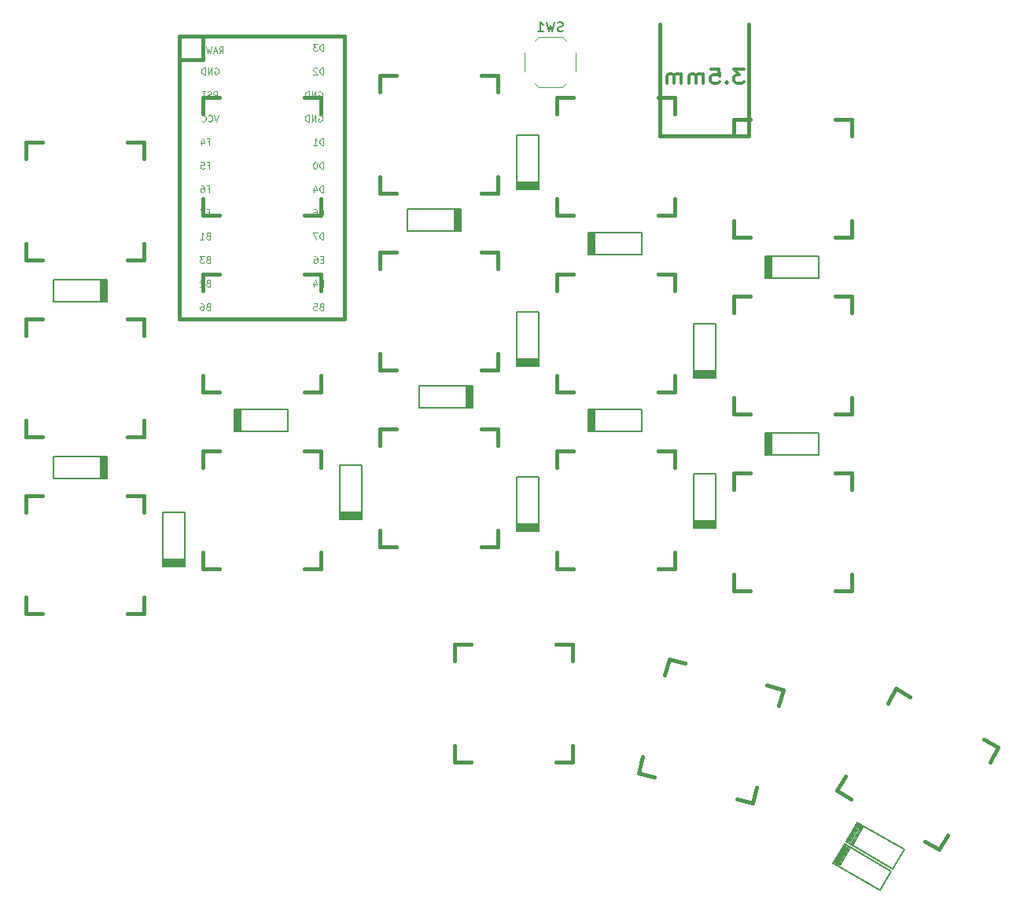
<source format=gbr>
G04 #@! TF.GenerationSoftware,KiCad,Pcbnew,(5.1.5-0-10_14)*
G04 #@! TF.CreationDate,2020-04-20T20:44:16-04:00*
G04 #@! TF.ProjectId,minidox-routed,6d696e69-646f-4782-9d72-6f757465642e,rev?*
G04 #@! TF.SameCoordinates,Original*
G04 #@! TF.FileFunction,Legend,Bot*
G04 #@! TF.FilePolarity,Positive*
%FSLAX46Y46*%
G04 Gerber Fmt 4.6, Leading zero omitted, Abs format (unit mm)*
G04 Created by KiCad (PCBNEW (5.1.5-0-10_14)) date 2020-04-20 20:44:16*
%MOMM*%
%LPD*%
G04 APERTURE LIST*
%ADD10C,0.120000*%
%ADD11C,0.200000*%
%ADD12C,0.381000*%
%ADD13C,0.150000*%
%ADD14C,0.304800*%
%ADD15C,0.100000*%
G04 APERTURE END LIST*
D10*
X118014000Y-108508000D02*
X115514000Y-108508000D01*
X119514000Y-110258000D02*
X119514000Y-112258000D01*
X118014000Y-114008000D02*
X115514000Y-114008000D01*
X114014000Y-110258000D02*
X114014000Y-112258000D01*
X118464000Y-108958000D02*
X118014000Y-108508000D01*
X115064000Y-108958000D02*
X115514000Y-108508000D01*
X115064000Y-113558000D02*
X115514000Y-114008000D01*
X118464000Y-113558000D02*
X118014000Y-114008000D01*
D11*
X63240000Y-134690000D02*
X69040000Y-134690000D01*
X63240000Y-137090000D02*
X63240000Y-134690000D01*
X69040000Y-137090000D02*
X63240000Y-137090000D01*
X68965000Y-137090000D02*
X68965000Y-134690000D01*
X68840000Y-137090000D02*
X68840000Y-134690000D01*
X69065000Y-134690000D02*
X69065000Y-137090000D01*
X68665000Y-137090000D02*
X68665000Y-134690000D01*
X68490000Y-137090000D02*
X68490000Y-134690000D01*
X68315000Y-137090000D02*
X68315000Y-134690000D01*
X106415000Y-129470000D02*
X106415000Y-127070000D01*
X106590000Y-129470000D02*
X106590000Y-127070000D01*
X106765000Y-129470000D02*
X106765000Y-127070000D01*
X107165000Y-127070000D02*
X107165000Y-129470000D01*
X106940000Y-129470000D02*
X106940000Y-127070000D01*
X107065000Y-129470000D02*
X107065000Y-127070000D01*
X107140000Y-129470000D02*
X101340000Y-129470000D01*
X101340000Y-129470000D02*
X101340000Y-127070000D01*
X101340000Y-127070000D02*
X107140000Y-127070000D01*
X113100000Y-124195000D02*
X115500000Y-124195000D01*
X113100000Y-124370000D02*
X115500000Y-124370000D01*
X113100000Y-124545000D02*
X115500000Y-124545000D01*
X115500000Y-124945000D02*
X113100000Y-124945000D01*
X113100000Y-124720000D02*
X115500000Y-124720000D01*
X113100000Y-124845000D02*
X115500000Y-124845000D01*
X113100000Y-124920000D02*
X113100000Y-119120000D01*
X113100000Y-119120000D02*
X115500000Y-119120000D01*
X115500000Y-119120000D02*
X115500000Y-124920000D01*
X121550000Y-129610000D02*
X121550000Y-132010000D01*
X121375000Y-129610000D02*
X121375000Y-132010000D01*
X121200000Y-129610000D02*
X121200000Y-132010000D01*
X120800000Y-132010000D02*
X120800000Y-129610000D01*
X121025000Y-129610000D02*
X121025000Y-132010000D01*
X120900000Y-129610000D02*
X120900000Y-132010000D01*
X120825000Y-129610000D02*
X126625000Y-129610000D01*
X126625000Y-129610000D02*
X126625000Y-132010000D01*
X126625000Y-132010000D02*
X120825000Y-132010000D01*
X140600000Y-132150000D02*
X140600000Y-134550000D01*
X140425000Y-132150000D02*
X140425000Y-134550000D01*
X140250000Y-132150000D02*
X140250000Y-134550000D01*
X139850000Y-134550000D02*
X139850000Y-132150000D01*
X140075000Y-132150000D02*
X140075000Y-134550000D01*
X139950000Y-132150000D02*
X139950000Y-134550000D01*
X139875000Y-132150000D02*
X145675000Y-132150000D01*
X145675000Y-132150000D02*
X145675000Y-134550000D01*
X145675000Y-134550000D02*
X139875000Y-134550000D01*
X63240000Y-153740000D02*
X69040000Y-153740000D01*
X63240000Y-156140000D02*
X63240000Y-153740000D01*
X69040000Y-156140000D02*
X63240000Y-156140000D01*
X68965000Y-156140000D02*
X68965000Y-153740000D01*
X68840000Y-156140000D02*
X68840000Y-153740000D01*
X69065000Y-153740000D02*
X69065000Y-156140000D01*
X68665000Y-156140000D02*
X68665000Y-153740000D01*
X68490000Y-156140000D02*
X68490000Y-153740000D01*
X68315000Y-156140000D02*
X68315000Y-153740000D01*
X83450000Y-148660000D02*
X83450000Y-151060000D01*
X83275000Y-148660000D02*
X83275000Y-151060000D01*
X83100000Y-148660000D02*
X83100000Y-151060000D01*
X82700000Y-151060000D02*
X82700000Y-148660000D01*
X82925000Y-148660000D02*
X82925000Y-151060000D01*
X82800000Y-148660000D02*
X82800000Y-151060000D01*
X82725000Y-148660000D02*
X88525000Y-148660000D01*
X88525000Y-148660000D02*
X88525000Y-151060000D01*
X88525000Y-151060000D02*
X82725000Y-151060000D01*
X113100000Y-143245000D02*
X115500000Y-143245000D01*
X113100000Y-143420000D02*
X115500000Y-143420000D01*
X113100000Y-143595000D02*
X115500000Y-143595000D01*
X115500000Y-143995000D02*
X113100000Y-143995000D01*
X113100000Y-143770000D02*
X115500000Y-143770000D01*
X113100000Y-143895000D02*
X115500000Y-143895000D01*
X113100000Y-143970000D02*
X113100000Y-138170000D01*
X113100000Y-138170000D02*
X115500000Y-138170000D01*
X115500000Y-138170000D02*
X115500000Y-143970000D01*
X121550000Y-148660000D02*
X121550000Y-151060000D01*
X121375000Y-148660000D02*
X121375000Y-151060000D01*
X121200000Y-148660000D02*
X121200000Y-151060000D01*
X120800000Y-151060000D02*
X120800000Y-148660000D01*
X121025000Y-148660000D02*
X121025000Y-151060000D01*
X120900000Y-148660000D02*
X120900000Y-151060000D01*
X120825000Y-148660000D02*
X126625000Y-148660000D01*
X126625000Y-148660000D02*
X126625000Y-151060000D01*
X126625000Y-151060000D02*
X120825000Y-151060000D01*
X134550000Y-139440000D02*
X134550000Y-145240000D01*
X132150000Y-139440000D02*
X134550000Y-139440000D01*
X132150000Y-145240000D02*
X132150000Y-139440000D01*
X132150000Y-145165000D02*
X134550000Y-145165000D01*
X132150000Y-145040000D02*
X134550000Y-145040000D01*
X134550000Y-145265000D02*
X132150000Y-145265000D01*
X132150000Y-144865000D02*
X134550000Y-144865000D01*
X132150000Y-144690000D02*
X134550000Y-144690000D01*
X132150000Y-144515000D02*
X134550000Y-144515000D01*
X75000000Y-164835000D02*
X77400000Y-164835000D01*
X75000000Y-165010000D02*
X77400000Y-165010000D01*
X75000000Y-165185000D02*
X77400000Y-165185000D01*
X77400000Y-165585000D02*
X75000000Y-165585000D01*
X75000000Y-165360000D02*
X77400000Y-165360000D01*
X75000000Y-165485000D02*
X77400000Y-165485000D01*
X75000000Y-165560000D02*
X75000000Y-159760000D01*
X75000000Y-159760000D02*
X77400000Y-159760000D01*
X77400000Y-159760000D02*
X77400000Y-165560000D01*
X102610000Y-146120000D02*
X108410000Y-146120000D01*
X102610000Y-148520000D02*
X102610000Y-146120000D01*
X108410000Y-148520000D02*
X102610000Y-148520000D01*
X108335000Y-148520000D02*
X108335000Y-146120000D01*
X108210000Y-148520000D02*
X108210000Y-146120000D01*
X108435000Y-146120000D02*
X108435000Y-148520000D01*
X108035000Y-148520000D02*
X108035000Y-146120000D01*
X107860000Y-148520000D02*
X107860000Y-146120000D01*
X107685000Y-148520000D02*
X107685000Y-146120000D01*
X115500000Y-155950000D02*
X115500000Y-161750000D01*
X113100000Y-155950000D02*
X115500000Y-155950000D01*
X113100000Y-161750000D02*
X113100000Y-155950000D01*
X113100000Y-161675000D02*
X115500000Y-161675000D01*
X113100000Y-161550000D02*
X115500000Y-161550000D01*
X115500000Y-161775000D02*
X113100000Y-161775000D01*
X113100000Y-161375000D02*
X115500000Y-161375000D01*
X113100000Y-161200000D02*
X115500000Y-161200000D01*
X113100000Y-161025000D02*
X115500000Y-161025000D01*
X134550000Y-155645000D02*
X134550000Y-161445000D01*
X132150000Y-155645000D02*
X134550000Y-155645000D01*
X132150000Y-161445000D02*
X132150000Y-155645000D01*
X132150000Y-161370000D02*
X134550000Y-161370000D01*
X132150000Y-161245000D02*
X134550000Y-161245000D01*
X134550000Y-161470000D02*
X132150000Y-161470000D01*
X132150000Y-161070000D02*
X134550000Y-161070000D01*
X132150000Y-160895000D02*
X134550000Y-160895000D01*
X132150000Y-160720000D02*
X134550000Y-160720000D01*
X145675000Y-153600000D02*
X139875000Y-153600000D01*
X145675000Y-151200000D02*
X145675000Y-153600000D01*
X139875000Y-151200000D02*
X145675000Y-151200000D01*
X139950000Y-151200000D02*
X139950000Y-153600000D01*
X140075000Y-151200000D02*
X140075000Y-153600000D01*
X139850000Y-153600000D02*
X139850000Y-151200000D01*
X140250000Y-151200000D02*
X140250000Y-153600000D01*
X140425000Y-151200000D02*
X140425000Y-153600000D01*
X140600000Y-151200000D02*
X140600000Y-153600000D01*
X96450000Y-154680000D02*
X96450000Y-160480000D01*
X94050000Y-154680000D02*
X96450000Y-154680000D01*
X94050000Y-160480000D02*
X94050000Y-154680000D01*
X94050000Y-160405000D02*
X96450000Y-160405000D01*
X94050000Y-160280000D02*
X96450000Y-160280000D01*
X96450000Y-160505000D02*
X94050000Y-160505000D01*
X94050000Y-160105000D02*
X96450000Y-160105000D01*
X94050000Y-159930000D02*
X96450000Y-159930000D01*
X94050000Y-159755000D02*
X96450000Y-159755000D01*
X149048592Y-195892470D02*
X147848592Y-197970930D01*
X148897038Y-195804970D02*
X147697038Y-197883430D01*
X148745483Y-195717470D02*
X147545483Y-197795930D01*
X147199073Y-197595930D02*
X148399073Y-195517470D01*
X148593929Y-195629970D02*
X147393929Y-197708430D01*
X148485676Y-195567470D02*
X147285676Y-197645930D01*
X148420724Y-195529970D02*
X153443671Y-198429970D01*
X153443671Y-198429970D02*
X152243671Y-200508430D01*
X152243671Y-200508430D02*
X147220724Y-197608430D01*
X150445592Y-193555670D02*
X149245592Y-195634130D01*
X150294038Y-193468170D02*
X149094038Y-195546630D01*
X150142483Y-193380670D02*
X148942483Y-195459130D01*
X148596073Y-195259130D02*
X149796073Y-193180670D01*
X149990929Y-193293170D02*
X148790929Y-195371630D01*
X149882676Y-193230670D02*
X148682676Y-195309130D01*
X149817724Y-193193170D02*
X154840671Y-196093170D01*
X154840671Y-196093170D02*
X153640671Y-198171630D01*
X153640671Y-198171630D02*
X148617724Y-195271630D01*
D12*
X62103000Y-132556000D02*
X60325000Y-132556000D01*
X60325000Y-132556000D02*
X60325000Y-130778000D01*
X60325000Y-121634000D02*
X60325000Y-119856000D01*
X60325000Y-119856000D02*
X62103000Y-119856000D01*
X73025000Y-121634000D02*
X73025000Y-119856000D01*
X73025000Y-119856000D02*
X71247000Y-119856000D01*
X73025000Y-130778000D02*
X73025000Y-132556000D01*
X73025000Y-132556000D02*
X71247000Y-132556000D01*
X81153000Y-127794000D02*
X79375000Y-127794000D01*
X79375000Y-127794000D02*
X79375000Y-126016000D01*
X79375000Y-116872000D02*
X79375000Y-115094000D01*
X79375000Y-115094000D02*
X81153000Y-115094000D01*
X92075000Y-116872000D02*
X92075000Y-115094000D01*
X92075000Y-115094000D02*
X90297000Y-115094000D01*
X92075000Y-126016000D02*
X92075000Y-127794000D01*
X92075000Y-127794000D02*
X90297000Y-127794000D01*
X100203000Y-125412000D02*
X98425000Y-125412000D01*
X98425000Y-125412000D02*
X98425000Y-123634000D01*
X98425000Y-114490000D02*
X98425000Y-112712000D01*
X98425000Y-112712000D02*
X100203000Y-112712000D01*
X111125000Y-114490000D02*
X111125000Y-112712000D01*
X111125000Y-112712000D02*
X109347000Y-112712000D01*
X111125000Y-123634000D02*
X111125000Y-125412000D01*
X111125000Y-125412000D02*
X109347000Y-125412000D01*
X119253000Y-127794000D02*
X117475000Y-127794000D01*
X117475000Y-127794000D02*
X117475000Y-126016000D01*
X117475000Y-116872000D02*
X117475000Y-115094000D01*
X117475000Y-115094000D02*
X119253000Y-115094000D01*
X130175000Y-116872000D02*
X130175000Y-115094000D01*
X130175000Y-115094000D02*
X128397000Y-115094000D01*
X130175000Y-126016000D02*
X130175000Y-127794000D01*
X130175000Y-127794000D02*
X128397000Y-127794000D01*
X138303000Y-130175000D02*
X136525000Y-130175000D01*
X136525000Y-130175000D02*
X136525000Y-128397000D01*
X136525000Y-119253000D02*
X136525000Y-117475000D01*
X136525000Y-117475000D02*
X138303000Y-117475000D01*
X149225000Y-119253000D02*
X149225000Y-117475000D01*
X149225000Y-117475000D02*
X147447000Y-117475000D01*
X149225000Y-128397000D02*
X149225000Y-130175000D01*
X149225000Y-130175000D02*
X147447000Y-130175000D01*
X73025000Y-151606000D02*
X71247000Y-151606000D01*
X73025000Y-149828000D02*
X73025000Y-151606000D01*
X73025000Y-138906000D02*
X71247000Y-138906000D01*
X73025000Y-140684000D02*
X73025000Y-138906000D01*
X60325000Y-138906000D02*
X62103000Y-138906000D01*
X60325000Y-140684000D02*
X60325000Y-138906000D01*
X60325000Y-151606000D02*
X60325000Y-149828000D01*
X62103000Y-151606000D02*
X60325000Y-151606000D01*
X81153000Y-146844000D02*
X79375000Y-146844000D01*
X79375000Y-146844000D02*
X79375000Y-145066000D01*
X79375000Y-135922000D02*
X79375000Y-134144000D01*
X79375000Y-134144000D02*
X81153000Y-134144000D01*
X92075000Y-135922000D02*
X92075000Y-134144000D01*
X92075000Y-134144000D02*
X90297000Y-134144000D01*
X92075000Y-145066000D02*
X92075000Y-146844000D01*
X92075000Y-146844000D02*
X90297000Y-146844000D01*
X100203000Y-144462000D02*
X98425000Y-144462000D01*
X98425000Y-144462000D02*
X98425000Y-142684000D01*
X98425000Y-133540000D02*
X98425000Y-131762000D01*
X98425000Y-131762000D02*
X100203000Y-131762000D01*
X111125000Y-133540000D02*
X111125000Y-131762000D01*
X111125000Y-131762000D02*
X109347000Y-131762000D01*
X111125000Y-142684000D02*
X111125000Y-144462000D01*
X111125000Y-144462000D02*
X109347000Y-144462000D01*
X119253000Y-146844000D02*
X117475000Y-146844000D01*
X117475000Y-146844000D02*
X117475000Y-145066000D01*
X117475000Y-135922000D02*
X117475000Y-134144000D01*
X117475000Y-134144000D02*
X119253000Y-134144000D01*
X130175000Y-135922000D02*
X130175000Y-134144000D01*
X130175000Y-134144000D02*
X128397000Y-134144000D01*
X130175000Y-145066000D02*
X130175000Y-146844000D01*
X130175000Y-146844000D02*
X128397000Y-146844000D01*
X138303000Y-149225000D02*
X136525000Y-149225000D01*
X136525000Y-149225000D02*
X136525000Y-147447000D01*
X136525000Y-138303000D02*
X136525000Y-136525000D01*
X136525000Y-136525000D02*
X138303000Y-136525000D01*
X149225000Y-138303000D02*
X149225000Y-136525000D01*
X149225000Y-136525000D02*
X147447000Y-136525000D01*
X149225000Y-147447000D02*
X149225000Y-149225000D01*
X149225000Y-149225000D02*
X147447000Y-149225000D01*
X62103000Y-170656000D02*
X60325000Y-170656000D01*
X60325000Y-170656000D02*
X60325000Y-168878000D01*
X60325000Y-159734000D02*
X60325000Y-157956000D01*
X60325000Y-157956000D02*
X62103000Y-157956000D01*
X73025000Y-159734000D02*
X73025000Y-157956000D01*
X73025000Y-157956000D02*
X71247000Y-157956000D01*
X73025000Y-168878000D02*
X73025000Y-170656000D01*
X73025000Y-170656000D02*
X71247000Y-170656000D01*
X92075000Y-165894000D02*
X90297000Y-165894000D01*
X92075000Y-164116000D02*
X92075000Y-165894000D01*
X92075000Y-153194000D02*
X90297000Y-153194000D01*
X92075000Y-154972000D02*
X92075000Y-153194000D01*
X79375000Y-153194000D02*
X81153000Y-153194000D01*
X79375000Y-154972000D02*
X79375000Y-153194000D01*
X79375000Y-165894000D02*
X79375000Y-164116000D01*
X81153000Y-165894000D02*
X79375000Y-165894000D01*
X111125000Y-163512000D02*
X109347000Y-163512000D01*
X111125000Y-161734000D02*
X111125000Y-163512000D01*
X111125000Y-150812000D02*
X109347000Y-150812000D01*
X111125000Y-152590000D02*
X111125000Y-150812000D01*
X98425000Y-150812000D02*
X100203000Y-150812000D01*
X98425000Y-152590000D02*
X98425000Y-150812000D01*
X98425000Y-163512000D02*
X98425000Y-161734000D01*
X100203000Y-163512000D02*
X98425000Y-163512000D01*
X130175000Y-165894000D02*
X128397000Y-165894000D01*
X130175000Y-164116000D02*
X130175000Y-165894000D01*
X130175000Y-153194000D02*
X128397000Y-153194000D01*
X130175000Y-154972000D02*
X130175000Y-153194000D01*
X117475000Y-153194000D02*
X119253000Y-153194000D01*
X117475000Y-154972000D02*
X117475000Y-153194000D01*
X117475000Y-165894000D02*
X117475000Y-164116000D01*
X119253000Y-165894000D02*
X117475000Y-165894000D01*
X149225000Y-168275000D02*
X147447000Y-168275000D01*
X149225000Y-166497000D02*
X149225000Y-168275000D01*
X149225000Y-155575000D02*
X147447000Y-155575000D01*
X149225000Y-157353000D02*
X149225000Y-155575000D01*
X136525000Y-155575000D02*
X138303000Y-155575000D01*
X136525000Y-157353000D02*
X136525000Y-155575000D01*
X136525000Y-168275000D02*
X136525000Y-166497000D01*
X138303000Y-168275000D02*
X136525000Y-168275000D01*
X119122000Y-186690000D02*
X117344000Y-186690000D01*
X119122000Y-184912000D02*
X119122000Y-186690000D01*
X119122000Y-173990000D02*
X117344000Y-173990000D01*
X119122000Y-175768000D02*
X119122000Y-173990000D01*
X106422000Y-173990000D02*
X108200000Y-173990000D01*
X106422000Y-175768000D02*
X106422000Y-173990000D01*
X106422000Y-186690000D02*
X106422000Y-184912000D01*
X108200000Y-186690000D02*
X106422000Y-186690000D01*
X138521128Y-191133130D02*
X136803712Y-190672950D01*
X138981308Y-189415714D02*
X138521128Y-191133130D01*
X141808130Y-178865872D02*
X140090714Y-178405692D01*
X141347950Y-180583288D02*
X141808130Y-178865872D01*
X129540872Y-175578870D02*
X131258288Y-176039050D01*
X129080692Y-177296286D02*
X129540872Y-175578870D01*
X126253870Y-187846128D02*
X126714050Y-186128712D01*
X127971286Y-188306308D02*
X126253870Y-187846128D01*
X138150600Y-119221000D02*
X138150600Y-107156000D01*
X128549400Y-119221000D02*
X138150600Y-119221000D01*
X128549400Y-107156000D02*
X128549400Y-119221000D01*
X138150600Y-107156000D02*
X138150600Y-119221000D01*
X138150600Y-119221000D02*
X128549400Y-119221000D01*
X128549400Y-119221000D02*
X128549400Y-107156000D01*
X79349600Y-110998000D02*
X76809600Y-110998000D01*
X79349600Y-108458000D02*
X79349600Y-110998000D01*
X94589600Y-138938000D02*
X94589600Y-108458000D01*
X76809600Y-138938000D02*
X94589600Y-138938000D01*
X76809600Y-108458000D02*
X76809600Y-138938000D01*
X94589600Y-108458000D02*
X76809600Y-108458000D01*
X157070668Y-195237261D02*
X158610461Y-196126261D01*
X147611939Y-189776261D02*
X149151732Y-190665261D01*
X148500939Y-188236468D02*
X147611939Y-189776261D01*
X153961939Y-178777739D02*
X153072939Y-180317532D01*
X155501732Y-179666739D02*
X153961939Y-178777739D01*
X164960461Y-185127739D02*
X163420668Y-184238739D01*
X164071461Y-186667532D02*
X164960461Y-185127739D01*
X158610461Y-196126261D02*
X159499461Y-194586468D01*
D13*
X118097333Y-107912761D02*
X117954476Y-107960380D01*
X117716380Y-107960380D01*
X117621142Y-107912761D01*
X117573523Y-107865142D01*
X117525904Y-107769904D01*
X117525904Y-107674666D01*
X117573523Y-107579428D01*
X117621142Y-107531809D01*
X117716380Y-107484190D01*
X117906857Y-107436571D01*
X118002095Y-107388952D01*
X118049714Y-107341333D01*
X118097333Y-107246095D01*
X118097333Y-107150857D01*
X118049714Y-107055619D01*
X118002095Y-107008000D01*
X117906857Y-106960380D01*
X117668761Y-106960380D01*
X117525904Y-107008000D01*
X117192571Y-106960380D02*
X116954476Y-107960380D01*
X116764000Y-107246095D01*
X116573523Y-107960380D01*
X116335428Y-106960380D01*
X115430666Y-107960380D02*
X116002095Y-107960380D01*
X115716380Y-107960380D02*
X115716380Y-106960380D01*
X115811619Y-107103238D01*
X115906857Y-107198476D01*
X116002095Y-107246095D01*
D14*
X137583333Y-112036428D02*
X136482666Y-112036428D01*
X137075333Y-112617000D01*
X136821333Y-112617000D01*
X136652000Y-112689571D01*
X136567333Y-112762142D01*
X136482666Y-112907285D01*
X136482666Y-113270142D01*
X136567333Y-113415285D01*
X136652000Y-113487857D01*
X136821333Y-113560428D01*
X137329333Y-113560428D01*
X137498666Y-113487857D01*
X137583333Y-113415285D01*
X135720666Y-113415285D02*
X135636000Y-113487857D01*
X135720666Y-113560428D01*
X135805333Y-113487857D01*
X135720666Y-113415285D01*
X135720666Y-113560428D01*
X134027333Y-112036428D02*
X134874000Y-112036428D01*
X134958666Y-112762142D01*
X134874000Y-112689571D01*
X134704666Y-112617000D01*
X134281333Y-112617000D01*
X134112000Y-112689571D01*
X134027333Y-112762142D01*
X133942666Y-112907285D01*
X133942666Y-113270142D01*
X134027333Y-113415285D01*
X134112000Y-113487857D01*
X134281333Y-113560428D01*
X134704666Y-113560428D01*
X134874000Y-113487857D01*
X134958666Y-113415285D01*
X133180666Y-113560428D02*
X133180666Y-112544428D01*
X133180666Y-112689571D02*
X133096000Y-112617000D01*
X132926666Y-112544428D01*
X132672666Y-112544428D01*
X132503333Y-112617000D01*
X132418666Y-112762142D01*
X132418666Y-113560428D01*
X132418666Y-112762142D02*
X132334000Y-112617000D01*
X132164666Y-112544428D01*
X131910666Y-112544428D01*
X131741333Y-112617000D01*
X131656666Y-112762142D01*
X131656666Y-113560428D01*
X130810000Y-113560428D02*
X130810000Y-112544428D01*
X130810000Y-112689571D02*
X130725333Y-112617000D01*
X130556000Y-112544428D01*
X130302000Y-112544428D01*
X130132666Y-112617000D01*
X130048000Y-112762142D01*
X130048000Y-113560428D01*
X130048000Y-112762142D02*
X129963333Y-112617000D01*
X129794000Y-112544428D01*
X129540000Y-112544428D01*
X129370666Y-112617000D01*
X129286000Y-112762142D01*
X129286000Y-113560428D01*
D15*
X81102933Y-110298666D02*
X81336266Y-109965333D01*
X81502933Y-110298666D02*
X81502933Y-109598666D01*
X81236266Y-109598666D01*
X81169600Y-109632000D01*
X81136266Y-109665333D01*
X81102933Y-109732000D01*
X81102933Y-109832000D01*
X81136266Y-109898666D01*
X81169600Y-109932000D01*
X81236266Y-109965333D01*
X81502933Y-109965333D01*
X80836266Y-110098666D02*
X80502933Y-110098666D01*
X80902933Y-110298666D02*
X80669600Y-109598666D01*
X80436266Y-110298666D01*
X80269600Y-109598666D02*
X80102933Y-110298666D01*
X79969600Y-109798666D01*
X79836266Y-110298666D01*
X79669600Y-109598666D01*
X80644933Y-111918000D02*
X80711600Y-111884666D01*
X80811600Y-111884666D01*
X80911600Y-111918000D01*
X80978266Y-111984666D01*
X81011600Y-112051333D01*
X81044933Y-112184666D01*
X81044933Y-112284666D01*
X81011600Y-112418000D01*
X80978266Y-112484666D01*
X80911600Y-112551333D01*
X80811600Y-112584666D01*
X80744933Y-112584666D01*
X80644933Y-112551333D01*
X80611600Y-112518000D01*
X80611600Y-112284666D01*
X80744933Y-112284666D01*
X80311600Y-112584666D02*
X80311600Y-111884666D01*
X79911600Y-112584666D01*
X79911600Y-111884666D01*
X79578266Y-112584666D02*
X79578266Y-111884666D01*
X79411600Y-111884666D01*
X79311600Y-111918000D01*
X79244933Y-111984666D01*
X79211600Y-112051333D01*
X79178266Y-112184666D01*
X79178266Y-112284666D01*
X79211600Y-112418000D01*
X79244933Y-112484666D01*
X79311600Y-112551333D01*
X79411600Y-112584666D01*
X79578266Y-112584666D01*
X80494933Y-115124666D02*
X80728266Y-114791333D01*
X80894933Y-115124666D02*
X80894933Y-114424666D01*
X80628266Y-114424666D01*
X80561600Y-114458000D01*
X80528266Y-114491333D01*
X80494933Y-114558000D01*
X80494933Y-114658000D01*
X80528266Y-114724666D01*
X80561600Y-114758000D01*
X80628266Y-114791333D01*
X80894933Y-114791333D01*
X80228266Y-115091333D02*
X80128266Y-115124666D01*
X79961600Y-115124666D01*
X79894933Y-115091333D01*
X79861600Y-115058000D01*
X79828266Y-114991333D01*
X79828266Y-114924666D01*
X79861600Y-114858000D01*
X79894933Y-114824666D01*
X79961600Y-114791333D01*
X80094933Y-114758000D01*
X80161600Y-114724666D01*
X80194933Y-114691333D01*
X80228266Y-114624666D01*
X80228266Y-114558000D01*
X80194933Y-114491333D01*
X80161600Y-114458000D01*
X80094933Y-114424666D01*
X79928266Y-114424666D01*
X79828266Y-114458000D01*
X79628266Y-114424666D02*
X79228266Y-114424666D01*
X79428266Y-115124666D02*
X79428266Y-114424666D01*
X81044933Y-116964666D02*
X80811600Y-117664666D01*
X80578266Y-116964666D01*
X79944933Y-117598000D02*
X79978266Y-117631333D01*
X80078266Y-117664666D01*
X80144933Y-117664666D01*
X80244933Y-117631333D01*
X80311600Y-117564666D01*
X80344933Y-117498000D01*
X80378266Y-117364666D01*
X80378266Y-117264666D01*
X80344933Y-117131333D01*
X80311600Y-117064666D01*
X80244933Y-116998000D01*
X80144933Y-116964666D01*
X80078266Y-116964666D01*
X79978266Y-116998000D01*
X79944933Y-117031333D01*
X79244933Y-117598000D02*
X79278266Y-117631333D01*
X79378266Y-117664666D01*
X79444933Y-117664666D01*
X79544933Y-117631333D01*
X79611600Y-117564666D01*
X79644933Y-117498000D01*
X79678266Y-117364666D01*
X79678266Y-117264666D01*
X79644933Y-117131333D01*
X79611600Y-117064666D01*
X79544933Y-116998000D01*
X79444933Y-116964666D01*
X79378266Y-116964666D01*
X79278266Y-116998000D01*
X79244933Y-117031333D01*
X79836933Y-119838000D02*
X80070266Y-119838000D01*
X80070266Y-120204666D02*
X80070266Y-119504666D01*
X79736933Y-119504666D01*
X79170266Y-119738000D02*
X79170266Y-120204666D01*
X79336933Y-119471333D02*
X79503600Y-119971333D01*
X79070266Y-119971333D01*
X79836933Y-122378000D02*
X80070266Y-122378000D01*
X80070266Y-122744666D02*
X80070266Y-122044666D01*
X79736933Y-122044666D01*
X79136933Y-122044666D02*
X79470266Y-122044666D01*
X79503600Y-122378000D01*
X79470266Y-122344666D01*
X79403600Y-122311333D01*
X79236933Y-122311333D01*
X79170266Y-122344666D01*
X79136933Y-122378000D01*
X79103600Y-122444666D01*
X79103600Y-122611333D01*
X79136933Y-122678000D01*
X79170266Y-122711333D01*
X79236933Y-122744666D01*
X79403600Y-122744666D01*
X79470266Y-122711333D01*
X79503600Y-122678000D01*
X79836933Y-127458000D02*
X80070266Y-127458000D01*
X80070266Y-127824666D02*
X80070266Y-127124666D01*
X79736933Y-127124666D01*
X79536933Y-127124666D02*
X79070266Y-127124666D01*
X79370266Y-127824666D01*
X79836933Y-124918000D02*
X80070266Y-124918000D01*
X80070266Y-125284666D02*
X80070266Y-124584666D01*
X79736933Y-124584666D01*
X79170266Y-124584666D02*
X79303600Y-124584666D01*
X79370266Y-124618000D01*
X79403600Y-124651333D01*
X79470266Y-124751333D01*
X79503600Y-124884666D01*
X79503600Y-125151333D01*
X79470266Y-125218000D01*
X79436933Y-125251333D01*
X79370266Y-125284666D01*
X79236933Y-125284666D01*
X79170266Y-125251333D01*
X79136933Y-125218000D01*
X79103600Y-125151333D01*
X79103600Y-124984666D01*
X79136933Y-124918000D01*
X79170266Y-124884666D01*
X79236933Y-124851333D01*
X79370266Y-124851333D01*
X79436933Y-124884666D01*
X79470266Y-124918000D01*
X79503600Y-124984666D01*
X79886933Y-129998000D02*
X79786933Y-130031333D01*
X79753600Y-130064666D01*
X79720266Y-130131333D01*
X79720266Y-130231333D01*
X79753600Y-130298000D01*
X79786933Y-130331333D01*
X79853600Y-130364666D01*
X80120266Y-130364666D01*
X80120266Y-129664666D01*
X79886933Y-129664666D01*
X79820266Y-129698000D01*
X79786933Y-129731333D01*
X79753600Y-129798000D01*
X79753600Y-129864666D01*
X79786933Y-129931333D01*
X79820266Y-129964666D01*
X79886933Y-129998000D01*
X80120266Y-129998000D01*
X79053600Y-130364666D02*
X79453600Y-130364666D01*
X79253600Y-130364666D02*
X79253600Y-129664666D01*
X79320266Y-129764666D01*
X79386933Y-129831333D01*
X79453600Y-129864666D01*
X79886933Y-132538000D02*
X79786933Y-132571333D01*
X79753600Y-132604666D01*
X79720266Y-132671333D01*
X79720266Y-132771333D01*
X79753600Y-132838000D01*
X79786933Y-132871333D01*
X79853600Y-132904666D01*
X80120266Y-132904666D01*
X80120266Y-132204666D01*
X79886933Y-132204666D01*
X79820266Y-132238000D01*
X79786933Y-132271333D01*
X79753600Y-132338000D01*
X79753600Y-132404666D01*
X79786933Y-132471333D01*
X79820266Y-132504666D01*
X79886933Y-132538000D01*
X80120266Y-132538000D01*
X79486933Y-132204666D02*
X79053600Y-132204666D01*
X79286933Y-132471333D01*
X79186933Y-132471333D01*
X79120266Y-132504666D01*
X79086933Y-132538000D01*
X79053600Y-132604666D01*
X79053600Y-132771333D01*
X79086933Y-132838000D01*
X79120266Y-132871333D01*
X79186933Y-132904666D01*
X79386933Y-132904666D01*
X79453600Y-132871333D01*
X79486933Y-132838000D01*
X79886933Y-135078000D02*
X79786933Y-135111333D01*
X79753600Y-135144666D01*
X79720266Y-135211333D01*
X79720266Y-135311333D01*
X79753600Y-135378000D01*
X79786933Y-135411333D01*
X79853600Y-135444666D01*
X80120266Y-135444666D01*
X80120266Y-134744666D01*
X79886933Y-134744666D01*
X79820266Y-134778000D01*
X79786933Y-134811333D01*
X79753600Y-134878000D01*
X79753600Y-134944666D01*
X79786933Y-135011333D01*
X79820266Y-135044666D01*
X79886933Y-135078000D01*
X80120266Y-135078000D01*
X79453600Y-134811333D02*
X79420266Y-134778000D01*
X79353600Y-134744666D01*
X79186933Y-134744666D01*
X79120266Y-134778000D01*
X79086933Y-134811333D01*
X79053600Y-134878000D01*
X79053600Y-134944666D01*
X79086933Y-135044666D01*
X79486933Y-135444666D01*
X79053600Y-135444666D01*
X79886933Y-137618000D02*
X79786933Y-137651333D01*
X79753600Y-137684666D01*
X79720266Y-137751333D01*
X79720266Y-137851333D01*
X79753600Y-137918000D01*
X79786933Y-137951333D01*
X79853600Y-137984666D01*
X80120266Y-137984666D01*
X80120266Y-137284666D01*
X79886933Y-137284666D01*
X79820266Y-137318000D01*
X79786933Y-137351333D01*
X79753600Y-137418000D01*
X79753600Y-137484666D01*
X79786933Y-137551333D01*
X79820266Y-137584666D01*
X79886933Y-137618000D01*
X80120266Y-137618000D01*
X79120266Y-137284666D02*
X79253600Y-137284666D01*
X79320266Y-137318000D01*
X79353600Y-137351333D01*
X79420266Y-137451333D01*
X79453600Y-137584666D01*
X79453600Y-137851333D01*
X79420266Y-137918000D01*
X79386933Y-137951333D01*
X79320266Y-137984666D01*
X79186933Y-137984666D01*
X79120266Y-137951333D01*
X79086933Y-137918000D01*
X79053600Y-137851333D01*
X79053600Y-137684666D01*
X79086933Y-137618000D01*
X79120266Y-137584666D01*
X79186933Y-137551333D01*
X79320266Y-137551333D01*
X79386933Y-137584666D01*
X79420266Y-137618000D01*
X79453600Y-137684666D01*
X92312266Y-110044666D02*
X92312266Y-109344666D01*
X92145600Y-109344666D01*
X92045600Y-109378000D01*
X91978933Y-109444666D01*
X91945600Y-109511333D01*
X91912266Y-109644666D01*
X91912266Y-109744666D01*
X91945600Y-109878000D01*
X91978933Y-109944666D01*
X92045600Y-110011333D01*
X92145600Y-110044666D01*
X92312266Y-110044666D01*
X91678933Y-109344666D02*
X91245600Y-109344666D01*
X91478933Y-109611333D01*
X91378933Y-109611333D01*
X91312266Y-109644666D01*
X91278933Y-109678000D01*
X91245600Y-109744666D01*
X91245600Y-109911333D01*
X91278933Y-109978000D01*
X91312266Y-110011333D01*
X91378933Y-110044666D01*
X91578933Y-110044666D01*
X91645600Y-110011333D01*
X91678933Y-109978000D01*
X92312266Y-112584666D02*
X92312266Y-111884666D01*
X92145600Y-111884666D01*
X92045600Y-111918000D01*
X91978933Y-111984666D01*
X91945600Y-112051333D01*
X91912266Y-112184666D01*
X91912266Y-112284666D01*
X91945600Y-112418000D01*
X91978933Y-112484666D01*
X92045600Y-112551333D01*
X92145600Y-112584666D01*
X92312266Y-112584666D01*
X91645600Y-111951333D02*
X91612266Y-111918000D01*
X91545600Y-111884666D01*
X91378933Y-111884666D01*
X91312266Y-111918000D01*
X91278933Y-111951333D01*
X91245600Y-112018000D01*
X91245600Y-112084666D01*
X91278933Y-112184666D01*
X91678933Y-112584666D01*
X91245600Y-112584666D01*
X91820933Y-114458000D02*
X91887600Y-114424666D01*
X91987600Y-114424666D01*
X92087600Y-114458000D01*
X92154266Y-114524666D01*
X92187600Y-114591333D01*
X92220933Y-114724666D01*
X92220933Y-114824666D01*
X92187600Y-114958000D01*
X92154266Y-115024666D01*
X92087600Y-115091333D01*
X91987600Y-115124666D01*
X91920933Y-115124666D01*
X91820933Y-115091333D01*
X91787600Y-115058000D01*
X91787600Y-114824666D01*
X91920933Y-114824666D01*
X91487600Y-115124666D02*
X91487600Y-114424666D01*
X91087600Y-115124666D01*
X91087600Y-114424666D01*
X90754266Y-115124666D02*
X90754266Y-114424666D01*
X90587600Y-114424666D01*
X90487600Y-114458000D01*
X90420933Y-114524666D01*
X90387600Y-114591333D01*
X90354266Y-114724666D01*
X90354266Y-114824666D01*
X90387600Y-114958000D01*
X90420933Y-115024666D01*
X90487600Y-115091333D01*
X90587600Y-115124666D01*
X90754266Y-115124666D01*
X91820933Y-116998000D02*
X91887600Y-116964666D01*
X91987600Y-116964666D01*
X92087600Y-116998000D01*
X92154266Y-117064666D01*
X92187600Y-117131333D01*
X92220933Y-117264666D01*
X92220933Y-117364666D01*
X92187600Y-117498000D01*
X92154266Y-117564666D01*
X92087600Y-117631333D01*
X91987600Y-117664666D01*
X91920933Y-117664666D01*
X91820933Y-117631333D01*
X91787600Y-117598000D01*
X91787600Y-117364666D01*
X91920933Y-117364666D01*
X91487600Y-117664666D02*
X91487600Y-116964666D01*
X91087600Y-117664666D01*
X91087600Y-116964666D01*
X90754266Y-117664666D02*
X90754266Y-116964666D01*
X90587600Y-116964666D01*
X90487600Y-116998000D01*
X90420933Y-117064666D01*
X90387600Y-117131333D01*
X90354266Y-117264666D01*
X90354266Y-117364666D01*
X90387600Y-117498000D01*
X90420933Y-117564666D01*
X90487600Y-117631333D01*
X90587600Y-117664666D01*
X90754266Y-117664666D01*
X92312266Y-120204666D02*
X92312266Y-119504666D01*
X92145600Y-119504666D01*
X92045600Y-119538000D01*
X91978933Y-119604666D01*
X91945600Y-119671333D01*
X91912266Y-119804666D01*
X91912266Y-119904666D01*
X91945600Y-120038000D01*
X91978933Y-120104666D01*
X92045600Y-120171333D01*
X92145600Y-120204666D01*
X92312266Y-120204666D01*
X91245600Y-120204666D02*
X91645600Y-120204666D01*
X91445600Y-120204666D02*
X91445600Y-119504666D01*
X91512266Y-119604666D01*
X91578933Y-119671333D01*
X91645600Y-119704666D01*
X92312266Y-122744666D02*
X92312266Y-122044666D01*
X92145600Y-122044666D01*
X92045600Y-122078000D01*
X91978933Y-122144666D01*
X91945600Y-122211333D01*
X91912266Y-122344666D01*
X91912266Y-122444666D01*
X91945600Y-122578000D01*
X91978933Y-122644666D01*
X92045600Y-122711333D01*
X92145600Y-122744666D01*
X92312266Y-122744666D01*
X91478933Y-122044666D02*
X91412266Y-122044666D01*
X91345600Y-122078000D01*
X91312266Y-122111333D01*
X91278933Y-122178000D01*
X91245600Y-122311333D01*
X91245600Y-122478000D01*
X91278933Y-122611333D01*
X91312266Y-122678000D01*
X91345600Y-122711333D01*
X91412266Y-122744666D01*
X91478933Y-122744666D01*
X91545600Y-122711333D01*
X91578933Y-122678000D01*
X91612266Y-122611333D01*
X91645600Y-122478000D01*
X91645600Y-122311333D01*
X91612266Y-122178000D01*
X91578933Y-122111333D01*
X91545600Y-122078000D01*
X91478933Y-122044666D01*
X92312266Y-125284666D02*
X92312266Y-124584666D01*
X92145600Y-124584666D01*
X92045600Y-124618000D01*
X91978933Y-124684666D01*
X91945600Y-124751333D01*
X91912266Y-124884666D01*
X91912266Y-124984666D01*
X91945600Y-125118000D01*
X91978933Y-125184666D01*
X92045600Y-125251333D01*
X92145600Y-125284666D01*
X92312266Y-125284666D01*
X91312266Y-124818000D02*
X91312266Y-125284666D01*
X91478933Y-124551333D02*
X91645600Y-125051333D01*
X91212266Y-125051333D01*
X91912266Y-127758000D02*
X91945600Y-127791333D01*
X92045600Y-127824666D01*
X92112266Y-127824666D01*
X92212266Y-127791333D01*
X92278933Y-127724666D01*
X92312266Y-127658000D01*
X92345600Y-127524666D01*
X92345600Y-127424666D01*
X92312266Y-127291333D01*
X92278933Y-127224666D01*
X92212266Y-127158000D01*
X92112266Y-127124666D01*
X92045600Y-127124666D01*
X91945600Y-127158000D01*
X91912266Y-127191333D01*
X91312266Y-127124666D02*
X91445600Y-127124666D01*
X91512266Y-127158000D01*
X91545600Y-127191333D01*
X91612266Y-127291333D01*
X91645600Y-127424666D01*
X91645600Y-127691333D01*
X91612266Y-127758000D01*
X91578933Y-127791333D01*
X91512266Y-127824666D01*
X91378933Y-127824666D01*
X91312266Y-127791333D01*
X91278933Y-127758000D01*
X91245600Y-127691333D01*
X91245600Y-127524666D01*
X91278933Y-127458000D01*
X91312266Y-127424666D01*
X91378933Y-127391333D01*
X91512266Y-127391333D01*
X91578933Y-127424666D01*
X91612266Y-127458000D01*
X91645600Y-127524666D01*
X92312266Y-130364666D02*
X92312266Y-129664666D01*
X92145600Y-129664666D01*
X92045600Y-129698000D01*
X91978933Y-129764666D01*
X91945600Y-129831333D01*
X91912266Y-129964666D01*
X91912266Y-130064666D01*
X91945600Y-130198000D01*
X91978933Y-130264666D01*
X92045600Y-130331333D01*
X92145600Y-130364666D01*
X92312266Y-130364666D01*
X91678933Y-129664666D02*
X91212266Y-129664666D01*
X91512266Y-130364666D01*
X92278933Y-132538000D02*
X92045600Y-132538000D01*
X91945600Y-132904666D02*
X92278933Y-132904666D01*
X92278933Y-132204666D01*
X91945600Y-132204666D01*
X91345600Y-132204666D02*
X91478933Y-132204666D01*
X91545600Y-132238000D01*
X91578933Y-132271333D01*
X91645600Y-132371333D01*
X91678933Y-132504666D01*
X91678933Y-132771333D01*
X91645600Y-132838000D01*
X91612266Y-132871333D01*
X91545600Y-132904666D01*
X91412266Y-132904666D01*
X91345600Y-132871333D01*
X91312266Y-132838000D01*
X91278933Y-132771333D01*
X91278933Y-132604666D01*
X91312266Y-132538000D01*
X91345600Y-132504666D01*
X91412266Y-132471333D01*
X91545600Y-132471333D01*
X91612266Y-132504666D01*
X91645600Y-132538000D01*
X91678933Y-132604666D01*
X92078933Y-135078000D02*
X91978933Y-135111333D01*
X91945600Y-135144666D01*
X91912266Y-135211333D01*
X91912266Y-135311333D01*
X91945600Y-135378000D01*
X91978933Y-135411333D01*
X92045600Y-135444666D01*
X92312266Y-135444666D01*
X92312266Y-134744666D01*
X92078933Y-134744666D01*
X92012266Y-134778000D01*
X91978933Y-134811333D01*
X91945600Y-134878000D01*
X91945600Y-134944666D01*
X91978933Y-135011333D01*
X92012266Y-135044666D01*
X92078933Y-135078000D01*
X92312266Y-135078000D01*
X91312266Y-134978000D02*
X91312266Y-135444666D01*
X91478933Y-134711333D02*
X91645600Y-135211333D01*
X91212266Y-135211333D01*
X92078933Y-137618000D02*
X91978933Y-137651333D01*
X91945600Y-137684666D01*
X91912266Y-137751333D01*
X91912266Y-137851333D01*
X91945600Y-137918000D01*
X91978933Y-137951333D01*
X92045600Y-137984666D01*
X92312266Y-137984666D01*
X92312266Y-137284666D01*
X92078933Y-137284666D01*
X92012266Y-137318000D01*
X91978933Y-137351333D01*
X91945600Y-137418000D01*
X91945600Y-137484666D01*
X91978933Y-137551333D01*
X92012266Y-137584666D01*
X92078933Y-137618000D01*
X92312266Y-137618000D01*
X91278933Y-137284666D02*
X91612266Y-137284666D01*
X91645600Y-137618000D01*
X91612266Y-137584666D01*
X91545600Y-137551333D01*
X91378933Y-137551333D01*
X91312266Y-137584666D01*
X91278933Y-137618000D01*
X91245600Y-137684666D01*
X91245600Y-137851333D01*
X91278933Y-137918000D01*
X91312266Y-137951333D01*
X91378933Y-137984666D01*
X91545600Y-137984666D01*
X91612266Y-137951333D01*
X91645600Y-137918000D01*
M02*

</source>
